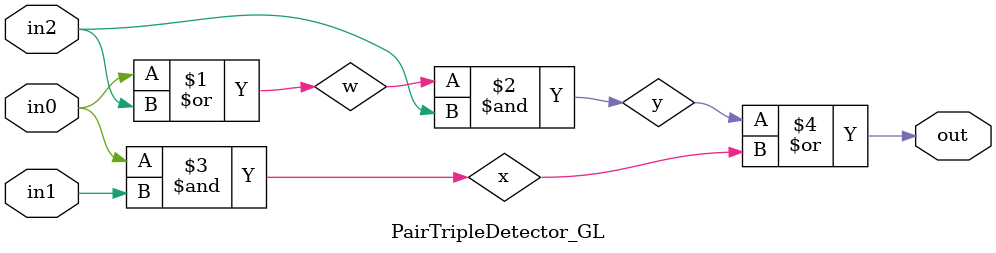
<source format=v>

`ifndef PAIR_TRIPLE_DETECTOR_GL_V
`define PAIR_TRIPLE_DETECTOR_GL_V

`include "ece2300-misc.v"

module PairTripleDetector_GL
(
  input  wire in0,
  input  wire in1,
  input  wire in2,
  output wire out
 );

  //''' ACTIVITY '''''''''''''''''''''''''''''''''''''''''''''''''''''''''
  // Implement pair/triple detector using explicit gate-level modeling
  //''''''''''''''''''''''''''''''''''''''''''''''''''''''''''''''''''''''

wire w;
or(w,in0,in2);



wire y;
and(y,w,in2);


wire x;
and(x,in0,in1);

or(out,y,x);

endmodule

`endif /* PAIR_TRIPLE_DETECTOR_GL_V */


</source>
